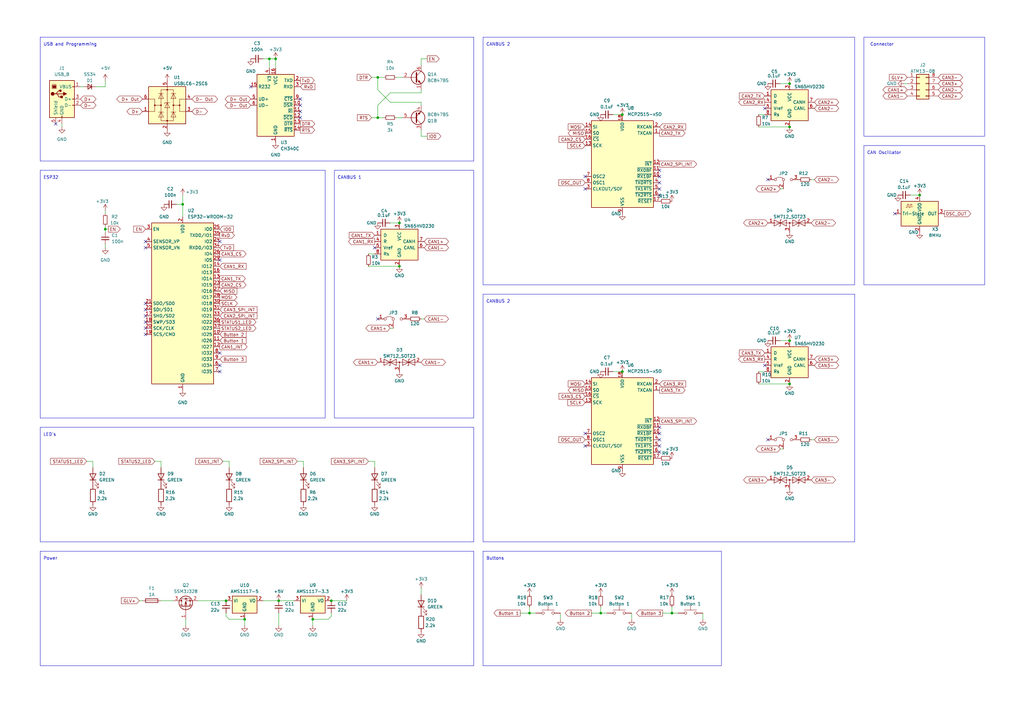
<source format=kicad_sch>
(kicad_sch (version 20230121) (generator eeschema)
  (paper "A3")
  (junction (at 154.94 48.26))
  (junction (at 323.85 52.07))
  (junction (at 43.18 93.98))
  (junction (at 154.94 31.75))
  (junction (at 100.33 254))
  (junction (at 323.85 157.48))
  (junction (at 114.3 246.38))
  (junction (at 255.27 152.4))
  (junction (at 113.03 24.13))
  (junction (at 128.27 254))
  (junction (at 377.19 80.01))
  (junction (at 246.38 251.46))
  (junction (at 163.83 109.22))
  (junction (at 92.71 246.38))
  (junction (at 275.59 251.46))
  (junction (at 110.49 24.13))
  (junction (at 255.27 46.99))
  (junction (at 163.83 91.44))
  (junction (at 323.85 34.29))
  (junction (at 217.17 251.46))
  (junction (at 74.93 83.82))
  (junction (at 135.89 246.38))
  (junction (at 323.85 139.7))
  (no_connect (at 59.69 137.16))
  (no_connect (at 270.51 77.47))
  (no_connect (at 270.51 180.34))
  (no_connect (at 270.51 177.8))
  (no_connect (at 59.69 99.06))
  (no_connect (at 90.17 106.68))
  (no_connect (at 90.17 152.4))
  (no_connect (at 240.03 177.8))
  (no_connect (at 59.69 124.46))
  (no_connect (at 270.51 80.01))
  (no_connect (at 154.94 130.81))
  (no_connect (at 314.96 73.66))
  (no_connect (at 59.69 127))
  (no_connect (at 270.51 185.42))
  (no_connect (at 123.19 48.26))
  (no_connect (at 270.51 72.39))
  (no_connect (at 123.19 43.18))
  (no_connect (at 22.86 50.8))
  (no_connect (at 313.69 44.45))
  (no_connect (at 270.51 69.85))
  (no_connect (at 102.87 35.56))
  (no_connect (at 90.17 99.06))
  (no_connect (at 123.19 40.64))
  (no_connect (at 123.19 45.72))
  (no_connect (at 59.69 129.54))
  (no_connect (at 240.03 182.88))
  (no_connect (at 367.03 87.63))
  (no_connect (at 270.51 175.26))
  (no_connect (at 314.96 180.34))
  (no_connect (at 90.17 149.86))
  (no_connect (at 240.03 72.39))
  (no_connect (at 59.69 134.62))
  (no_connect (at 313.69 149.86))
  (no_connect (at 240.03 77.47))
  (no_connect (at 270.51 74.93))
  (no_connect (at 59.69 101.6))
  (no_connect (at 90.17 144.78))
  (no_connect (at 59.69 132.08))
  (no_connect (at 270.51 182.88))
  (no_connect (at 153.67 101.6))
  (wire (pts (xy 63.5 189.23) (xy 66.04 189.23)))
  (wire (pts (xy 110.49 24.13) (xy 113.03 24.13)))
  (wire (pts (xy 217.17 248.92) (xy 217.17 251.46)))
  (wire (pts (xy 121.92 189.23) (xy 124.46 189.23)))
  (wire (pts (xy 172.72 53.34) (xy 172.72 55.88)))
  (wire (pts (xy 152.4 31.75) (xy 154.94 31.75)))
  (polyline (pts (xy 194.31 15.24) (xy 194.31 66.04)))
  (wire (pts (xy 92.71 251.46) (xy 92.71 252.73)))
  (wire (pts (xy 172.72 55.88) (xy 175.26 55.88)))
  (wire (pts (xy 38.1 191.77) (xy 38.1 189.23)))
  (wire (pts (xy 107.95 24.13) (xy 110.49 24.13)))
  (wire (pts (xy 162.56 31.75) (xy 165.1 31.75)))
  (wire (pts (xy 93.98 191.77) (xy 93.98 189.23)))
  (wire (pts (xy 311.15 52.07) (xy 323.85 52.07)))
  (wire (pts (xy 320.04 77.47) (xy 321.31 77.47)))
  (wire (pts (xy 74.93 83.82) (xy 74.93 88.9)))
  (wire (pts (xy 242.57 251.46) (xy 246.38 251.46)))
  (wire (pts (xy 213.36 251.46) (xy 217.17 251.46)))
  (wire (pts (xy 370.84 34.29) (xy 372.11 34.29)))
  (wire (pts (xy 114.3 251.46) (xy 114.3 256.54)))
  (polyline (pts (xy 16.51 69.85) (xy 16.51 171.45)))
  (wire (pts (xy 259.08 251.46) (xy 259.08 254)))
  (wire (pts (xy 229.87 251.46) (xy 229.87 254)))
  (wire (pts (xy 173.99 130.81) (xy 172.72 130.81)))
  (wire (pts (xy 81.28 246.38) (xy 92.71 246.38)))
  (wire (pts (xy 154.94 31.75) (xy 154.94 36.83)))
  (wire (pts (xy 172.72 26.67) (xy 172.72 24.13)))
  (wire (pts (xy 66.04 191.77) (xy 66.04 189.23)))
  (wire (pts (xy 72.39 83.82) (xy 74.93 83.82)))
  (wire (pts (xy 43.18 93.98) (xy 43.18 95.25)))
  (wire (pts (xy 39.37 35.56) (xy 43.18 35.56)))
  (wire (pts (xy 288.29 251.46) (xy 288.29 254)))
  (wire (pts (xy 160.02 41.91) (xy 172.72 41.91)))
  (wire (pts (xy 33.02 35.56) (xy 34.29 35.56)))
  (wire (pts (xy 172.72 36.83) (xy 172.72 38.1)))
  (wire (pts (xy 153.67 191.77) (xy 153.67 189.23)))
  (wire (pts (xy 311.15 152.4) (xy 313.69 152.4)))
  (wire (pts (xy 43.18 92.71) (xy 43.18 93.98)))
  (wire (pts (xy 160.02 38.1) (xy 172.72 38.1)))
  (wire (pts (xy 311.15 157.48) (xy 323.85 157.48)))
  (wire (pts (xy 25.4 50.8) (xy 25.4 52.07)))
  (wire (pts (xy 43.18 86.36) (xy 43.18 87.63)))
  (wire (pts (xy 320.04 139.7) (xy 323.85 139.7)))
  (wire (pts (xy 152.4 48.26) (xy 154.94 48.26)))
  (wire (pts (xy 74.93 80.01) (xy 74.93 83.82)))
  (wire (pts (xy 91.44 189.23) (xy 93.98 189.23)))
  (wire (pts (xy 43.18 100.33) (xy 43.18 101.6)))
  (wire (pts (xy 135.89 252.73) (xy 134.62 254)))
  (wire (pts (xy 35.56 189.23) (xy 38.1 189.23)))
  (polyline (pts (xy 16.51 15.24) (xy 194.31 15.24)))
  (wire (pts (xy 172.72 24.13) (xy 175.26 24.13)))
  (wire (pts (xy 71.12 246.38) (xy 66.04 246.38)))
  (wire (pts (xy 135.89 246.38) (xy 142.24 246.38)))
  (wire (pts (xy 154.94 43.18) (xy 160.02 38.1)))
  (wire (pts (xy 275.59 251.46) (xy 278.13 251.46)))
  (wire (pts (xy 128.27 254) (xy 128.27 256.54)))
  (wire (pts (xy 135.89 251.46) (xy 135.89 252.73)))
  (polyline (pts (xy 16.51 69.85) (xy 133.35 69.85)))
  (wire (pts (xy 110.49 27.94) (xy 110.49 24.13)))
  (wire (pts (xy 160.02 41.91) (xy 154.94 36.83)))
  (wire (pts (xy 151.13 189.23) (xy 153.67 189.23)))
  (wire (pts (xy 154.94 31.75) (xy 157.48 31.75)))
  (wire (pts (xy 160.02 91.44) (xy 163.83 91.44)))
  (wire (pts (xy 154.94 48.26) (xy 157.48 48.26)))
  (wire (pts (xy 151.13 109.22) (xy 163.83 109.22)))
  (polyline (pts (xy 16.51 66.04) (xy 16.51 15.24)))
  (wire (pts (xy 373.38 80.01) (xy 377.19 80.01)))
  (wire (pts (xy 57.15 246.38) (xy 58.42 246.38)))
  (wire (pts (xy 107.95 246.38) (xy 114.3 246.38)))
  (polyline (pts (xy 16.51 171.45) (xy 133.35 171.45)))
  (wire (pts (xy 100.33 254) (xy 100.33 256.54)))
  (wire (pts (xy 334.01 73.66) (xy 332.74 73.66)))
  (wire (pts (xy 124.46 191.77) (xy 124.46 189.23)))
  (wire (pts (xy 160.02 134.62) (xy 161.29 134.62)))
  (wire (pts (xy 151.13 104.14) (xy 153.67 104.14)))
  (wire (pts (xy 251.46 46.99) (xy 255.27 46.99)))
  (wire (pts (xy 100.33 254) (xy 93.98 254)))
  (wire (pts (xy 275.59 248.92) (xy 275.59 251.46)))
  (wire (pts (xy 43.18 33.02) (xy 43.18 35.56)))
  (wire (pts (xy 320.04 34.29) (xy 323.85 34.29)))
  (polyline (pts (xy 133.35 171.45) (xy 133.35 69.85)))
  (wire (pts (xy 93.98 254) (xy 92.71 252.73)))
  (wire (pts (xy 154.94 43.18) (xy 154.94 48.26)))
  (wire (pts (xy 162.56 48.26) (xy 165.1 48.26)))
  (wire (pts (xy 172.72 243.84) (xy 172.72 241.3)))
  (wire (pts (xy 246.38 248.92) (xy 246.38 251.46)))
  (wire (pts (xy 128.27 254) (xy 134.62 254)))
  (wire (pts (xy 271.78 251.46) (xy 275.59 251.46)))
  (wire (pts (xy 320.04 184.15) (xy 321.31 184.15)))
  (wire (pts (xy 113.03 24.13) (xy 113.03 27.94)))
  (wire (pts (xy 172.72 41.91) (xy 172.72 43.18)))
  (wire (pts (xy 246.38 251.46) (xy 248.92 251.46)))
  (wire (pts (xy 311.15 46.99) (xy 313.69 46.99)))
  (wire (pts (xy 251.46 152.4) (xy 255.27 152.4)))
  (wire (pts (xy 334.01 180.34) (xy 332.74 180.34)))
  (wire (pts (xy 217.17 251.46) (xy 219.71 251.46)))
  (wire (pts (xy 43.18 93.98) (xy 44.45 93.98)))
  (polyline (pts (xy 194.31 66.04) (xy 16.51 66.04)))
  (wire (pts (xy 76.2 254) (xy 76.2 256.54)))
  (wire (pts (xy 114.3 246.38) (xy 120.65 246.38)))
  (rectangle (start 354.33 59.69) (end 403.86 116.84))
  (rectangle (start 198.12 120.65) (end 350.52 222.25))
  (rectangle (start 198.12 15.24) (end 350.52 116.84))
  (rectangle (start 198.12 226.06) (end 295.91 273.05))
  (rectangle (start 16.51 226.06) (end 194.31 273.05))
  (rectangle (start 137.16 69.85) (end 194.31 171.45))
  (rectangle (start 354.33 15.24) (end 403.86 55.88))
  (rectangle (start 16.51 175.26) (end 194.31 222.25))
  (text "CAN Oscillator" (at 355.6 63.5 0) (effects (font (size 1.27 1.27)) (justify left bottom)))
  (text "Power" (at 17.78 229.87 0) (effects (font (size 1.27 1.27)) (justify left bottom)))
  (text "Connector" (at 356.87 19.05 0) (effects (font (size 1.27 1.27)) (justify left bottom)))
  (text "Buttons" (at 199.39 229.87 0) (effects (font (size 1.27 1.27)) (justify left bottom)))
  (text "LED's" (at 17.78 179.07 0) (effects (font (size 1.27 1.27)) (justify left bottom)))
  (text "CANBUS 2\n" (at 199.39 19.05 0) (effects (font (size 1.27 1.27)) (justify left bottom)))
  (text "USB and Programming" (at 17.78 19.05 0) (effects (font (size 1.27 1.27)) (justify left bottom)))
  (text "ESP32\n" (at 17.78 73.66 0) (effects (font (size 1.27 1.27)) (justify left bottom)))
  (text "CANBUS 1\n" (at 138.43 73.66 0) (effects (font (size 1.27 1.27)) (justify left bottom)))
  (text "CANBUS 2\n" (at 199.39 124.46 0) (effects (font (size 1.27 1.27)) (justify left bottom)))
  (global_label "IO0" (shape output) (at 175.26 55.88 0) (property "Intersheetrefs" "${INTERSHEET_REFS}" (effects hide)))
  (global_label "Button 2" (shape output) (at 242.57 251.46 180) (property "Intersheetrefs" "${INTERSHEET_REFS}" (effects hide)))
  (global_label "CAN1_RX" (shape input) (at 90.17 109.22 0) (property "Intersheetrefs" "${INTERSHEET_REFS}" (effects hide)))
  (global_label "CAN1+" (shape bidirectional) (at 160.02 134.62 180) (property "Intersheetrefs" "${INTERSHEET_REFS}" (effects hide)))
  (global_label "RTS" (shape output) (at 123.19 53.34 0) (property "Intersheetrefs" "${INTERSHEET_REFS}" (effects hide)))
  (global_label "GLV+" (shape input) (at 372.11 31.75 180) (property "Intersheetrefs" "${INTERSHEET_REFS}" (effects hide)))
  (global_label "CAN2-" (shape bidirectional) (at 384.81 36.83 0) (property "Intersheetrefs" "${INTERSHEET_REFS}" (effects hide)))
  (global_label "STATUS2_LED" (shape output) (at 90.17 134.62 0) (property "Intersheetrefs" "${INTERSHEET_REFS}" (effects hide)))
  (global_label "Button 2" (shape input) (at 90.17 137.16 0) (property "Intersheetrefs" "${INTERSHEET_REFS}" (effects hide)))
  (global_label "EN" (shape output) (at 44.45 93.98 0) (property "Intersheetrefs" "${INTERSHEET_REFS}" (effects hide)))
  (global_label "CAN1_RX" (shape output) (at 153.67 99.06 180) (property "Intersheetrefs" "${INTERSHEET_REFS}" (effects hide)))
  (global_label "EN" (shape output) (at 175.26 24.13 0) (property "Intersheetrefs" "${INTERSHEET_REFS}" (effects hide)))
  (global_label "CAN2_SPI_INT" (shape input) (at 90.17 129.54 0) (property "Intersheetrefs" "${INTERSHEET_REFS}" (effects hide)))
  (global_label "CAN2+" (shape bidirectional) (at 314.96 91.44 180) (property "Intersheetrefs" "${INTERSHEET_REFS}" (effects hide)))
  (global_label "CAN2+" (shape bidirectional) (at 334.01 41.91 0) (property "Intersheetrefs" "${INTERSHEET_REFS}" (effects hide)))
  (global_label "EN" (shape input) (at 59.69 93.98 180) (property "Intersheetrefs" "${INTERSHEET_REFS}" (effects hide)))
  (global_label "CAN3-" (shape bidirectional) (at 334.01 149.86 0) (property "Intersheetrefs" "${INTERSHEET_REFS}" (effects hide)))
  (global_label "Button 1" (shape input) (at 90.17 139.7 0) (property "Intersheetrefs" "${INTERSHEET_REFS}" (effects hide)))
  (global_label "D+ Out" (shape bidirectional) (at 102.87 40.64 180) (property "Intersheetrefs" "${INTERSHEET_REFS}" (effects hide)))
  (global_label "D+" (shape bidirectional) (at 33.02 40.64 0) (property "Intersheetrefs" "${INTERSHEET_REFS}" (effects hide)))
  (global_label "CAN2_TX" (shape input) (at 313.69 39.37 180) (property "Intersheetrefs" "${INTERSHEET_REFS}" (effects hide)))
  (global_label "Button 3" (shape output) (at 271.78 251.46 180) (property "Intersheetrefs" "${INTERSHEET_REFS}" (effects hide)))
  (global_label "CAN2-" (shape bidirectional) (at 332.74 91.44 0) (property "Intersheetrefs" "${INTERSHEET_REFS}" (effects hide)))
  (global_label "STATUS1_LED" (shape input) (at 35.56 189.23 180) (property "Intersheetrefs" "${INTERSHEET_REFS}" (effects hide)))
  (global_label "MISO" (shape output) (at 240.03 160.02 180) (property "Intersheetrefs" "${INTERSHEET_REFS}" (effects hide)))
  (global_label "DTR" (shape output) (at 123.19 50.8 0) (property "Intersheetrefs" "${INTERSHEET_REFS}" (effects hide)))
  (global_label "CAN3-" (shape bidirectional) (at 334.01 180.34 0) (property "Intersheetrefs" "${INTERSHEET_REFS}" (effects hide)))
  (global_label "DTR" (shape input) (at 152.4 31.75 180) (property "Intersheetrefs" "${INTERSHEET_REFS}" (effects hide)))
  (global_label "CAN2_TX" (shape output) (at 270.51 54.61 0) (property "Intersheetrefs" "${INTERSHEET_REFS}" (effects hide)))
  (global_label "IO0" (shape input) (at 90.17 93.98 0) (property "Intersheetrefs" "${INTERSHEET_REFS}" (effects hide)))
  (global_label "CAN1-" (shape bidirectional) (at 173.99 130.81 0) (property "Intersheetrefs" "${INTERSHEET_REFS}" (effects hide)))
  (global_label "CAN2_SPI_INT" (shape input) (at 121.92 189.23 180) (property "Intersheetrefs" "${INTERSHEET_REFS}" (effects hide)))
  (global_label "OSC_OUT" (shape output) (at 387.35 87.63 0) (property "Intersheetrefs" "${INTERSHEET_REFS}" (effects hide)))
  (global_label "CAN1_INT" (shape input) (at 91.44 189.23 180) (property "Intersheetrefs" "${INTERSHEET_REFS}" (effects hide)))
  (global_label "CAN2+" (shape bidirectional) (at 384.81 39.37 0) (property "Intersheetrefs" "${INTERSHEET_REFS}" (effects hide)))
  (global_label "CAN1+" (shape bidirectional) (at 154.94 148.59 180) (property "Intersheetrefs" "${INTERSHEET_REFS}" (effects hide)))
  (global_label "CAN3_RX" (shape input) (at 270.51 157.48 0) (property "Intersheetrefs" "${INTERSHEET_REFS}" (effects hide)))
  (global_label "CAN3_RX" (shape output) (at 313.69 147.32 180) (property "Intersheetrefs" "${INTERSHEET_REFS}" (effects hide)))
  (global_label "MOSI" (shape input) (at 240.03 157.48 180) (property "Intersheetrefs" "${INTERSHEET_REFS}" (effects hide)))
  (global_label "CAN2_RX" (shape output) (at 313.69 41.91 180) (property "Intersheetrefs" "${INTERSHEET_REFS}" (effects hide)))
  (global_label "GLV+" (shape input) (at 57.15 246.38 180) (property "Intersheetrefs" "${INTERSHEET_REFS}" (effects hide)))
  (global_label "CAN3+" (shape bidirectional) (at 320.04 184.15 180) (property "Intersheetrefs" "${INTERSHEET_REFS}" (effects hide)))
  (global_label "MOSI" (shape input) (at 240.03 52.07 180) (property "Intersheetrefs" "${INTERSHEET_REFS}" (effects hide)))
  (global_label "CAN2+" (shape bidirectional) (at 320.04 77.47 180) (property "Intersheetrefs" "${INTERSHEET_REFS}" (effects hide)))
  (global_label "CAN3_TX" (shape input) (at 313.69 144.78 180) (property "Intersheetrefs" "${INTERSHEET_REFS}" (effects hide)))
  (global_label "D+ Out" (shape bidirectional) (at 58.42 40.64 180) (property "Intersheetrefs" "${INTERSHEET_REFS}" (effects hide)))
  (global_label "Button 1" (shape output) (at 213.36 251.46 180) (property "Intersheetrefs" "${INTERSHEET_REFS}" (effects hide)))
  (global_label "MISO" (shape input) (at 90.17 119.38 0) (property "Intersheetrefs" "${INTERSHEET_REFS}" (effects hide)))
  (global_label "CAN3_SPI_INT" (shape input) (at 151.13 189.23 180) (property "Intersheetrefs" "${INTERSHEET_REFS}" (effects hide)))
  (global_label "OSC_OUT" (shape input) (at 240.03 74.93 180) (property "Intersheetrefs" "${INTERSHEET_REFS}" (effects hide)))
  (global_label "RxD" (shape output) (at 90.17 96.52 0) (property "Intersheetrefs" "${INTERSHEET_REFS}" (effects hide)))
  (global_label "CAN3_TX" (shape output) (at 270.51 160.02 0) (property "Intersheetrefs" "${INTERSHEET_REFS}" (effects hide)))
  (global_label "D- Out" (shape bidirectional) (at 78.74 40.64 0) (property "Intersheetrefs" "${INTERSHEET_REFS}" (effects hide)))
  (global_label "CAN1+" (shape bidirectional) (at 173.99 99.06 0) (property "Intersheetrefs" "${INTERSHEET_REFS}" (effects hide)))
  (global_label "CAN3-" (shape bidirectional) (at 332.74 196.85 0) (property "Intersheetrefs" "${INTERSHEET_REFS}" (effects hide)))
  (global_label "CAN1-" (shape bidirectional) (at 173.99 101.6 0) (property "Intersheetrefs" "${INTERSHEET_REFS}" (effects hide)))
  (global_label "CAN3_SPI_INT" (shape output) (at 270.51 172.72 0) (property "Intersheetrefs" "${INTERSHEET_REFS}" (effects hide)))
  (global_label "SCLK" (shape input) (at 240.03 165.1 180) (property "Intersheetrefs" "${INTERSHEET_REFS}" (effects hide)))
  (global_label "CAN3_CS" (shape output) (at 90.17 104.14 0) (property "Intersheetrefs" "${INTERSHEET_REFS}" (effects hide)))
  (global_label "SCLK" (shape output) (at 90.17 124.46 0) (property "Intersheetrefs" "${INTERSHEET_REFS}" (effects hide)))
  (global_label "RxD" (shape input) (at 123.19 35.56 0) (property "Intersheetrefs" "${INTERSHEET_REFS}" (effects hide)))
  (global_label "CAN2-" (shape bidirectional) (at 334.01 44.45 0) (property "Intersheetrefs" "${INTERSHEET_REFS}" (effects hide)))
  (global_label "D+" (shape bidirectional) (at 58.42 45.72 180) (property "Intersheetrefs" "${INTERSHEET_REFS}" (effects hide)))
  (global_label "TxD" (shape input) (at 90.17 101.6 0) (property "Intersheetrefs" "${INTERSHEET_REFS}" (effects hide)))
  (global_label "CAN2_SPI_INT" (shape output) (at 270.51 67.31 0) (property "Intersheetrefs" "${INTERSHEET_REFS}" (effects hide)))
  (global_label "RTS" (shape input) (at 152.4 48.26 180) (property "Intersheetrefs" "${INTERSHEET_REFS}" (effects hide)))
  (global_label "CAN3_SPI_INT" (shape input) (at 90.17 127 0) (property "Intersheetrefs" "${INTERSHEET_REFS}" (effects hide)))
  (global_label "CAN1-" (shape bidirectional) (at 372.11 39.37 180) (property "Intersheetrefs" "${INTERSHEET_REFS}" (effects hide)))
  (global_label "CAN2_CS" (shape output) (at 90.17 116.84 0) (property "Intersheetrefs" "${INTERSHEET_REFS}" (effects hide)))
  (global_label "D-" (shape bidirectional) (at 33.02 43.18 0) (property "Intersheetrefs" "${INTERSHEET_REFS}" (effects hide)))
  (global_label "CAN1-" (shape bidirectional) (at 172.72 148.59 0) (property "Intersheetrefs" "${INTERSHEET_REFS}" (effects hide)))
  (global_label "CAN2_RX" (shape input) (at 270.51 52.07 0) (property "Intersheetrefs" "${INTERSHEET_REFS}" (effects hide)))
  (global_label "Button 3" (shape input) (at 90.17 147.32 0) (property "Intersheetrefs" "${INTERSHEET_REFS}" (effects hide)))
  (global_label "D- Out" (shape bidirectional) (at 102.87 43.18 180) (property "Intersheetrefs" "${INTERSHEET_REFS}" (effects hide)))
  (global_label "MISO" (shape output) (at 240.03 54.61 180) (property "Intersheetrefs" "${INTERSHEET_REFS}" (effects hide)))
  (global_label "STATUS1_LED" (shape output) (at 90.17 132.08 0) (property "Intersheetrefs" "${INTERSHEET_REFS}" (effects hide)))
  (global_label "CAN2-" (shape bidirectional) (at 334.01 73.66 0) (property "Intersheetrefs" "${INTERSHEET_REFS}" (effects hide)))
  (global_label "CAN3_CS" (shape input) (at 240.03 162.56 180) (property "Intersheetrefs" "${INTERSHEET_REFS}" (effects hide)))
  (global_label "CAN2_CS" (shape input) (at 240.03 57.15 180) (property "Intersheetrefs" "${INTERSHEET_REFS}" (effects hide)))
  (global_label "CAN3+" (shape bidirectional) (at 384.81 34.29 0) (property "Intersheetrefs" "${INTERSHEET_REFS}" (effects hide)))
  (global_label "OSC_OUT" (shape input) (at 240.03 180.34 180) (property "Intersheetrefs" "${INTERSHEET_REFS}" (effects hide)))
  (global_label "STATUS2_LED" (shape input) (at 63.5 189.23 180) (property "Intersheetrefs" "${INTERSHEET_REFS}" (effects hide)))
  (global_label "CAN3-" (shape bidirectional) (at 384.81 31.75 0) (property "Intersheetrefs" "${INTERSHEET_REFS}" (effects hide)))
  (global_label "CAN3+" (shape bidirectional) (at 334.01 147.32 0) (property "Intersheetrefs" "${INTERSHEET_REFS}" (effects hide)))
  (global_label "CAN1_INT" (shape output) (at 90.17 142.24 0) (property "Intersheetrefs" "${INTERSHEET_REFS}" (effects hide)))
  (global_label "CAN1_TX" (shape output) (at 90.17 114.3 0) (property "Intersheetrefs" "${INTERSHEET_REFS}" (effects hide)))
  (global_label "TxD" (shape output) (at 123.19 33.02 0) (property "Intersheetrefs" "${INTERSHEET_REFS}" (effects hide)))
  (global_label "D-" (shape bidirectional) (at 78.74 45.72 0) (property "Intersheetrefs" "${INTERSHEET_REFS}" (effects hide)))
  (global_label "CAN3+" (shape bidirectional) (at 314.96 196.85 180) (property "Intersheetrefs" "${INTERSHEET_REFS}" (effects hide)))
  (global_label "MOSI" (shape output) (at 90.17 121.92 0) (property "Intersheetrefs" "${INTERSHEET_REFS}" (effects hide)))
  (global_label "SCLK" (shape input) (at 240.03 59.69 180) (property "Intersheetrefs" "${INTERSHEET_REFS}" (effects hide)))
  (global_label "CAN1_TX" (shape input) (at 153.67 96.52 180) (property "Intersheetrefs" "${INTERSHEET_REFS}" (effects hide)))
  (global_label "CAN1+" (shape bidirectional) (at 372.11 36.83 180) (property "Intersheetrefs" "${INTERSHEET_REFS}" (effects hide)))
  (symbol (lib_id "power:GND") (at 172.72 259.08 0) (unit 1)
    (property "Reference" "#PWR022" (effects hide))
    (property "Value" "GND" (at 172.72 262.89 0))
  )
  (symbol (lib_id "power:GND") (at 323.85 157.48 0) (unit 1)
    (property "Reference" "#PWR038" (effects hide))
    (property "Value" "GND" (at 323.85 161.29 0))
  )
  (symbol (lib_id "power:+3.3V") (at 275.59 243.84 0) (unit 1)
    (property "Reference" "#PWR051" (effects hide))
    (property "Value" "+3.3V" (at 275.59 240.03 0))
  )
  (symbol (lib_id "power:GND") (at 153.67 207.01 0) (unit 1)
    (property "Reference" "#PWR041" (effects hide))
    (property "Value" "GND" (at 153.67 210.82 0))
  )
  (symbol (lib_id "Device:R") (at 93.98 203.2 180) (unit 1)
    (property "Reference" "R15" (at 97.79 201.93 0))
    (property "Value" "2.2k" (at 97.79 204.47 0))
    (property "Footprint" "Resistor_SMD:R_0603_1608Metric" (effects hide))
  )
  (symbol (lib_id "Interface_CAN_LIN:SN65HVD230") (at 323.85 41.91 0) (unit 1)
    (property "Reference" "U5" (at 325.755 33.02 0) (effects (justify left)))
    (property "Value" "SN65HVD230" (at 325.755 35.56 0) (effects (justify left)))
    (property "Footprint" "Package_SO:SOIC-8_3.9x4.9mm_P1.27mm" (effects hide))
    (property "Datasheet" "http://www.ti.com/lit/ds/symlink/sn65hvd230.pdf" (effects hide))
  )
  (symbol (lib_id "power:GND") (at 246.38 46.99 0) (unit 1)
    (property "Reference" "#PWR032" (effects hide))
    (property "Value" "GND" (at 243.84 46.99 0))
  )
  (symbol (lib_id "Diode:SM712_SOT23") (at 163.83 148.59 0) (unit 1)
    (property "Reference" "D3" (at 163.83 143.51 0))
    (property "Value" "SM712_SOT23" (at 163.83 146.05 0))
    (property "Footprint" "Package_TO_SOT_SMD:SOT-23" (effects hide))
    (property "Datasheet" "https://www.littelfuse.com/~/media/electronics/datasheets/tvs_diode_arrays/littelfuse_tvs_diode_array_sm712_datasheet.pdf.pdf" (effects hide))
  )
  (symbol (lib_id "power:GND") (at 67.31 83.82 0) (unit 1)
    (property "Reference" "#PWR06" (effects hide))
    (property "Value" "GND" (at 67.31 88.9 0))
  )
  (symbol (lib_id "Device:LED") (at 93.98 195.58 90) (unit 1)
    (property "Reference" "D8" (at 96.52 194.31 90) (effects (justify right)))
    (property "Value" "GREEN" (at 96.52 196.85 90) (effects (justify right)))
    (property "Footprint" "LED_SMD:LED_0603_1608Metric" (effects hide))
    (property "LCSC" "C72043" (effects hide))
  )
  (symbol (lib_id "power:+3.3V") (at 217.17 243.84 0) (unit 1)
    (property "Reference" "#PWR054" (effects hide))
    (property "Value" "+3.3V" (at 217.17 240.03 0))
  )
  (symbol (lib_id "power:+3.3V") (at 255.27 152.4 0) (unit 1)
    (property "Reference" "#PWR026" (effects hide))
    (property "Value" "+3.3V" (at 255.27 148.59 0))
  )
  (symbol (lib_id "power:+3V3") (at 113.03 24.13 0) (unit 1)
    (property "Reference" "#PWR012" (effects hide))
    (property "Value" "+3V3" (at 113.03 20.32 0))
  )
  (symbol (lib_id "Jumper:Jumper_3_Bridged12") (at 321.31 73.66 0) (unit 1)
    (property "Reference" "JP2" (at 321.31 71.12 0))
    (property "Value" "Jumper_2_Open" (effects hide))
    (property "Footprint" "Connector_PinHeader_2.54mm:PinHeader_1x03_P2.54mm_Vertical" (effects hide))
  )
  (symbol (lib_id "Switch:SW_Push") (at 254 251.46 0) (unit 1)
    (property "Reference" "SW2" (at 254 245.11 0))
    (property "Value" "Button 1" (at 254 247.65 0))
    (property "Footprint" "Button_Switch_SMD:SW_SPST_B3S-1000" (effects hide))
  )
  (symbol (lib_id "power:+3.3V") (at 142.24 246.38 0) (unit 1)
    (property "Reference" "#PWR044" (effects hide))
    (property "Value" "+3.3V" (at 142.24 242.57 0))
  )
  (symbol (lib_id "power:GND") (at 370.84 34.29 270) (unit 1)
    (property "Reference" "#PWR056" (effects hide))
    (property "Value" "GND" (at 365.76 34.29 90))
  )
  (symbol (lib_id "Device:C_Small") (at 248.92 152.4 90) (unit 1)
    (property "Reference" "C7" (at 248.92 146.685 90))
    (property "Value" "0.1uF" (at 248.92 149.225 90))
    (property "Footprint" "Capacitor_SMD:C_0603_1608Metric" (effects hide))
  )
  (symbol (lib_id "Interface_CAN_LIN:MCP2515-xSO") (at 255.27 67.31 0) (unit 1)
    (property "Reference" "U8" (at 257.2894 44.323 0) (effects (justify left)))
    (property "Value" "MCP2515-xSO" (at 257.2894 46.863 0) (effects (justify left)))
    (property "Footprint" "Package_SO:SOIC-18W_7.5x11.6mm_P1.27mm" (effects hide))
    (property "Datasheet" "http://ww1.microchip.com/downloads/en/DeviceDoc/21801e.pdf" (effects hide))
  )
  (symbol (lib_id "power:GND") (at 323.85 95.25 0) (unit 1)
    (property "Reference" "#PWR021" (effects hide))
    (property "Value" "GND" (at 323.85 99.06 0))
  )
  (symbol (lib_id "Jumper:Jumper_3_Bridged12") (at 321.31 180.34 0) (unit 1)
    (property "Reference" "JP1" (at 321.31 177.8 0))
    (property "Value" "Jumper_2_Open" (effects hide))
    (property "Footprint" "Connector_PinHeader_2.54mm:PinHeader_1x03_P2.54mm_Vertical" (effects hide))
  )
  (symbol (lib_id "power:GND") (at 102.87 24.13 0) (unit 1)
    (property "Reference" "#PWR011" (effects hide))
    (property "Value" "GND" (at 102.87 29.21 0))
  )
  (symbol (lib_id "Device:C_Small") (at 317.5 139.7 90) (unit 1)
    (property "Reference" "C10" (at 317.627 134.747 90))
    (property "Value" "0.1uF" (at 317.5 136.525 90))
    (property "Footprint" "Capacitor_SMD:C_0603_1608Metric" (effects hide))
  )
  (symbol (lib_id "Device:LED") (at 172.72 247.65 90) (unit 1)
    (property "Reference" "D10" (at 175.26 246.38 90) (effects (justify right)))
    (property "Value" "GREEN" (at 175.26 248.92 90) (effects (justify right)))
    (property "Footprint" "LED_SMD:LED_0603_1608Metric" (effects hide))
    (property "LCSC" "C72043" (effects hide))
  )
  (symbol (lib_id "Regulator_Linear:AMS1117-3.3") (at 100.33 246.38 0) (unit 1)
    (property "Reference" "U10" (at 100.33 240.03 0))
    (property "Value" "AMS1117-5" (at 100.33 242.57 0))
    (property "Footprint" "Package_TO_SOT_SMD:SOT-223-3_TabPin2" (effects hide))
    (property "Datasheet" "http://www.advanced-monolithic.com/pdf/ds1117.pdf" (effects hide))
  )
  (symbol (lib_id "power:+3.3V") (at 275.59 187.96 0) (unit 1)
    (property "Reference" "#PWR028" (effects hide))
    (property "Value" "+3.3V" (at 275.59 184.15 0))
  )
  (symbol (lib_id "power:GND") (at 154.94 91.44 0) (unit 1)
    (property "Reference" "#PWR014" (effects hide))
    (property "Value" "GND" (at 152.4 91.44 0))
  )
  (symbol (lib_id "Device:C_Small") (at 135.89 248.92 0) (unit 1)
    (property "Reference" "C12" (at 138.43 247.65 0) (effects (justify left)))
    (property "Value" "22u" (at 138.43 250.19 0) (effects (justify left)))
    (property "Footprint" "Capacitor_SMD:C_0603_1608Metric" (effects hide))
  )
  (symbol (lib_id "power:GND") (at 255.27 193.04 0) (unit 1)
    (property "Reference" "#PWR027" (effects hide))
    (property "Value" "GND" (at 252.73 193.04 0))
  )
  (symbol (lib_id "power:+3.3V") (at 377.19 80.01 0) (unit 1)
    (property "Reference" "#PWR058" (effects hide))
    (property "Value" "+3.3V" (at 377.19 76.2 0))
  )
  (symbol (lib_id "Jumper:Jumper_3_Bridged12") (at 161.29 130.81 0) (unit 1)
    (property "Reference" "JP3" (at 161.29 128.27 0))
    (property "Value" "Jumper_2_Open" (effects hide))
    (property "Footprint" "Connector_PinHeader_2.54mm:PinHeader_1x03_P2.54mm_Vertical" (effects hide))
  )
  (symbol (lib_id "power:GND") (at 66.04 207.01 0) (unit 1)
    (property "Reference" "#PWR049" (effects hide))
    (property "Value" "GND" (at 66.04 210.82 0))
  )
  (symbol (lib_id "Oscillator:ASCO") (at 377.19 87.63 0) (unit 1)
    (property "Reference" "X3" (at 383.54 93.98 0))
    (property "Value" "8MHz" (at 383.54 96.52 0))
    (property "Footprint" "Oscillator:Oscillator_SMD_Abracon_ASE-4Pin_3.2x2.5mm" (effects hide))
    (property "Datasheet" "https://abracon.com/Oscillators/ASCO.pdf" (effects hide))
    (property "LCSC" "C717687" (effects hide))
  )
  (symbol (lib_id "Power_Protection:USBLC6-2SC6") (at 68.58 43.18 0) (unit 1)
    (property "Reference" "U1" (at 71.2217 31.75 0) (effects (justify left)))
    (property "Value" "USBLC6-2SC6" (at 71.2217 34.29 0) (effects (justify left)))
    (property "Footprint" "Package_TO_SOT_SMD:SOT-23-6" (effects hide))
    (property "Datasheet" "https://www.st.com/resource/en/datasheet/usblc6-2.pdf" (effects hide))
  )
  (symbol (lib_id "power:GND") (at 246.38 152.4 0) (unit 1)
    (property "Reference" "#PWR025" (effects hide))
    (property "Value" "GND" (at 243.84 152.4 0))
  )
  (symbol (lib_id "RF_Module:ESP32-WROOM-32") (at 74.93 124.46 0) (unit 1)
    (property "Reference" "U2" (at 76.9494 86.36 0) (effects (justify left)))
    (property "Value" "ESP32-WROOM-32" (at 76.9494 88.9 0) (effects (justify left)))
    (property "Footprint" "RF_Module:ESP32-WROOM-32U" (effects hide))
    (property "Datasheet" "https://www.espressif.com/sites/default/files/documentation/esp32-wroom-32_datasheet_en.pdf" (effects hide))
  )
  (symbol (lib_id "Device:R_Small") (at 311.15 49.53 0) (unit 1)
    (property "Reference" "R7" (at 312.42 48.26 0) (effects (justify left)))
    (property "Value" "10k" (at 312.42 50.8 0) (effects (justify left)))
    (property "Footprint" "Resistor_SMD:R_0603_1608Metric" (effects hide))
  )
  (symbol (lib_id "Device:R_Small") (at 217.17 246.38 180) (unit 1)
    (property "Reference" "R19" (at 212.09 245.11 0) (effects (justify right)))
    (property "Value" "10k" (at 212.09 247.65 0) (effects (justify right)))
    (property "Footprint" "Resistor_SMD:R_0603_1608Metric" (effects hide))
  )
  (symbol (lib_id "Device:R") (at 66.04 203.2 180) (unit 1)
    (property "Reference" "R16" (at 69.85 201.93 0))
    (property "Value" "2.2k" (at 69.85 204.47 0))
    (property "Footprint" "Resistor_SMD:R_0603_1608Metric" (effects hide))
  )
  (symbol (lib_id "Transistor_BJT:BC847BS") (at 170.18 48.26 0) (mirror x) (unit 2)
    (property "Reference" "Q1" (at 175.26 49.5301 0) (effects (justify left)))
    (property "Value" "BC847BS" (at 175.26 46.9901 0) (effects (justify left)))
    (property "Footprint" "Package_TO_SOT_SMD:SOT-363_SC-70-6" (effects hide))
    (property "Datasheet" "https://assets.nexperia.com/documents/data-sheet/BC847BS.pdf" (effects hide))
  )
  (symbol (lib_id "Device:R_Small") (at 275.59 246.38 180) (unit 1)
    (property "Reference" "R17" (at 270.51 245.11 0) (effects (justify right)))
    (property "Value" "10k" (at 270.51 247.65 0) (effects (justify right)))
    (property "Footprint" "Resistor_SMD:R_0603_1608Metric" (effects hide))
  )
  (symbol (lib_id "power:+5V") (at 43.18 33.02 0) (unit 1)
    (property "Reference" "#PWR03" (effects hide))
    (property "Value" "+5V" (at 43.18 27.94 0))
  )
  (symbol (lib_id "power:GND") (at 314.96 34.29 0) (unit 1)
    (property "Reference" "#PWR018" (effects hide))
    (property "Value" "GND" (at 312.42 34.29 0))
  )
  (symbol (lib_id "Device:R_Small") (at 273.05 187.96 90) (unit 1)
    (property "Reference" "R9" (at 274.193 185.928 90) (effects (justify left)))
    (property "Value" "10k" (at 274.828 190.119 90) (effects (justify left)))
    (property "Footprint" "Resistor_SMD:R_0603_1608Metric" (effects hide))
  )
  (symbol (lib_id "Device:C_Small") (at 157.48 91.44 90) (unit 1)
    (property "Reference" "C4" (at 157.607 86.487 90))
    (property "Value" "0.1uF" (at 157.48 88.265 90))
    (property "Footprint" "Capacitor_SMD:C_0603_1608Metric" (effects hide))
  )
  (symbol (lib_id "Transistor_BJT:BC847BS") (at 170.18 31.75 0) (unit 1)
    (property "Reference" "Q1" (at 175.26 30.4799 0) (effects (justify left)))
    (property "Value" "BC847BS" (at 175.26 33.0199 0) (effects (justify left)))
    (property "Footprint" "Package_TO_SOT_SMD:SOT-363_SC-70-6" (effects hide))
    (property "Datasheet" "https://assets.nexperia.com/documents/data-sheet/BC847BS.pdf" (effects hide))
  )
  (symbol (lib_id "power:+3.3V") (at 323.85 139.7 0) (unit 1)
    (property "Reference" "#PWR037" (effects hide))
    (property "Value" "+3.3V" (at 323.85 135.89 0))
  )
  (symbol (lib_id "power:GND") (at 163.83 109.22 0) (unit 1)
    (property "Reference" "#PWR016" (effects hide))
    (property "Value" "GND" (at 163.83 113.03 0))
  )
  (symbol (lib_id "Device:R_Small") (at 170.18 130.81 90) (unit 1)
    (property "Reference" "R8" (at 171.45 128.27 90) (effects (justify left)))
    (property "Value" "120" (at 172.085 132.715 90) (effects (justify left)))
    (property "Footprint" "Resistor_SMD:R_0603_1608Metric" (effects hide))
  )
  (symbol (lib_id "Device:LED") (at 66.04 195.58 90) (unit 1)
    (property "Reference" "D9" (at 68.58 194.31 90) (effects (justify right)))
    (property "Value" "GREEN" (at 68.58 196.85 90) (effects (justify right)))
    (property "Footprint" "LED_SMD:LED_0603_1608Metric" (effects hide))
    (property "LCSC" "C72043" (effects hide))
  )
  (symbol (lib_id "power:GND") (at 368.3 80.01 0) (unit 1)
    (property "Reference" "#PWR057" (effects hide))
    (property "Value" "GND" (at 365.76 80.01 0))
  )
  (symbol (lib_id "Device:C_Small") (at 105.41 24.13 90) (unit 1)
    (property "Reference" "C3" (at 105.4163 17.78 90))
    (property "Value" "100n" (at 105.4163 20.32 90))
    (property "Footprint" "Capacitor_SMD:C_0603_1608Metric" (effects hide))
  )
  (symbol (lib_id "power:+5V") (at 68.58 33.02 0) (unit 1)
    (property "Reference" "#PWR07" (effects hide))
    (property "Value" "+5V" (at 68.58 27.94 0))
  )
  (symbol (lib_id "power:GND") (at 68.58 53.34 0) (unit 1)
    (property "Reference" "#PWR08" (effects hide))
    (property "Value" "GND" (at 68.58 58.42 0))
  )
  (symbol (lib_id "power:GND") (at 43.18 101.6 0) (unit 1)
    (property "Reference" "#PWR05" (effects hide))
    (property "Value" "GND" (at 43.18 106.68 0))
  )
  (symbol (lib_id "Interface_CAN_LIN:MCP2515-xSO") (at 255.27 172.72 0) (unit 1)
    (property "Reference" "U6" (at 257.2894 149.733 0) (effects (justify left)))
    (property "Value" "MCP2515-xSO" (at 257.2894 152.273 0) (effects (justify left)))
    (property "Footprint" "Package_SO:SOIC-18W_7.5x11.6mm_P1.27mm" (effects hide))
    (property "Datasheet" "http://ww1.microchip.com/downloads/en/DeviceDoc/21801e.pdf" (effects hide))
  )
  (symbol (lib_id "Device:R_Small") (at 160.02 31.75 270) (unit 1)
    (property "Reference" "R4" (at 160.02 25.4 90))
    (property "Value" "10k" (at 160.02 27.94 90))
    (property "Footprint" "Resistor_SMD:R_0603_1608Metric" (effects hide))
  )
  (symbol (lib_id "Device:R_Small") (at 330.2 180.34 90) (unit 1)
    (property "Reference" "R11" (at 331.47 177.8 90) (effects (justify left)))
    (property "Value" "120" (at 332.105 182.245 90) (effects (justify left)))
    (property "Footprint" "Resistor_SMD:R_0603_1608Metric" (effects hide))
  )
  (symbol (lib_id "Switch:SW_Push") (at 224.79 251.46 0) (unit 1)
    (property "Reference" "SW3" (at 224.79 245.11 0))
    (property "Value" "Button 1" (at 224.79 247.65 0))
    (property "Footprint" "Button_Switch_SMD:SW_SPST_B3S-1000" (effects hide))
  )
  (symbol (lib_id "power:GND") (at 124.46 207.01 0) (unit 1)
    (property "Reference" "#PWR040" (effects hide))
    (property "Value" "GND" (at 124.46 210.82 0))
  )
  (symbol (lib_id "Device:LED") (at 124.46 195.58 90) (unit 1)
    (property "Reference" "D6" (at 127 194.31 90) (effects (justify right)))
    (property "Value" "GREEN" (at 127 196.85 90) (effects (justify right)))
    (property "Footprint" "LED_SMD:LED_0603_1608Metric" (effects hide))
    (property "LCSC" "C72043" (effects hide))
  )
  (symbol (lib_id "power:+3V3") (at 74.93 80.01 0) (unit 1)
    (property "Reference" "#PWR09" (effects hide))
    (property "Value" "+3V3" (at 78.74 78.74 0))
  )
  (symbol (lib_id "power:+3.3V") (at 255.27 46.99 0) (unit 1)
    (property "Reference" "#PWR033" (effects hide))
    (property "Value" "+3.3V" (at 255.27 43.18 0))
  )
  (symbol (lib_id "Device:R_Small") (at 160.02 48.26 270) (unit 1)
    (property "Reference" "R5" (at 160.02 50.8 90))
    (property "Value" "3k" (at 160.02 53.34 90))
    (property "Footprint" "Resistor_SMD:R_0603_1608Metric" (effects hide))
  )
  (symbol (lib_id "Device:C_Small") (at 114.3 248.92 0) (unit 1)
    (property "Reference" "C11" (at 116.84 247.65 0) (effects (justify left)))
    (property "Value" "22u" (at 116.84 250.19 0) (effects (justify left)))
    (property "Footprint" "Capacitor_SMD:C_0603_1608Metric" (effects hide))
  )
  (symbol (lib_id "power:GND") (at 163.83 152.4 0) (unit 1)
    (property "Reference" "#PWR017" (effects hide))
    (property "Value" "GND" (at 163.83 156.21 0))
  )
  (symbol (lib_id "power:GND") (at 38.1 207.01 0) (unit 1)
    (property "Reference" "#PWR02" (effects hide))
    (property "Value" "GND" (at 38.1 210.82 0))
  )
  (symbol (lib_id "power:GND") (at 76.2 256.54 0) (unit 1)
    (property "Reference" "#PWR046" (effects hide))
    (property "Value" "GND" (at 76.2 260.35 0))
  )
  (symbol (lib_id "Interface_CAN_LIN:SN65HVD230") (at 323.85 147.32 0) (unit 1)
    (property "Reference" "U7" (at 325.755 138.43 0) (effects (justify left)))
    (property "Value" "SN65HVD230" (at 325.755 140.97 0) (effects (justify left)))
    (property "Footprint" "Package_SO:SOIC-8_3.9x4.9mm_P1.27mm" (effects hide))
    (property "Datasheet" "http://www.ti.com/lit/ds/symlink/sn65hvd230.pdf" (effects hide))
  )
  (symbol (lib_id "power:GND") (at 377.19 95.25 0) (unit 1)
    (property "Reference" "#PWR059" (effects hide))
    (property "Value" "GND" (at 374.65 95.25 0))
  )
  (symbol (lib_id "power:GND") (at 229.87 254 0) (unit 1)
    (property "Reference" "#PWR055" (effects hide))
    (property "Value" "GND" (at 229.87 257.81 0))
  )
  (symbol (lib_id "power:GND") (at 25.4 52.07 0) (unit 1)
    (property "Reference" "#PWR01" (effects hide))
    (property "Value" "GND" (at 25.4 57.15 0))
  )
  (symbol (lib_id "power:GND") (at 74.93 160.02 0) (unit 1)
    (property "Reference" "#PWR010" (effects hide))
    (property "Value" "GND" (at 74.93 165.1 0))
  )
  (symbol (lib_id "power:GND") (at 323.85 200.66 0) (unit 1)
    (property "Reference" "#PWR039" (effects hide))
    (property "Value" "GND" (at 323.85 204.47 0))
  )
  (symbol (lib_id "Device:C_Small") (at 43.18 97.79 0) (unit 1)
    (property "Reference" "C1" (at 45.72 96.5262 0) (effects (justify left)))
    (property "Value" "100n" (at 45.72 99.0662 0) (effects (justify left)))
    (property "Footprint" "Capacitor_SMD:C_0603_1608Metric" (effects hide))
  )
  (symbol (lib_id "power:+3.3V") (at 246.38 243.84 0) (unit 1)
    (property "Reference" "#PWR052" (effects hide))
    (property "Value" "+3.3V" (at 246.38 240.03 0))
  )
  (symbol (lib_id "power:+3.3V") (at 275.59 82.55 0) (unit 1)
    (property "Reference" "#PWR035" (effects hide))
    (property "Value" "+3.3V" (at 275.59 78.74 0))
  )
  (symbol (lib_id "power:+3.3V") (at 172.72 241.3 0) (unit 1)
    (property "Reference" "#PWR023" (effects hide))
    (property "Value" "+3.3V" (at 172.72 237.49 0))
  )
  (symbol (lib_id "power:GND") (at 114.3 256.54 0) (unit 1)
    (property "Reference" "#PWR048" (effects hide))
    (property "Value" "GND" (at 114.3 260.35 0))
  )
  (symbol (lib_id "Device:R") (at 38.1 203.2 180) (unit 1)
    (property "Reference" "R1" (at 41.91 201.93 0))
    (property "Value" "2.2k" (at 41.91 204.47 0))
    (property "Footprint" "Resistor_SMD:R_0603_1608Metric" (effects hide))
  )
  (symbol (lib_id "Connector_Generic:Conn_02x04_Counter_Clockwise") (at 377.19 34.29 0) (unit 1)
    (property "Reference" "J2" (at 378.46 26.67 0))
    (property "Value" "ATM13-08" (at 378.46 29.21 0))
    (property "Footprint" "DTM_Header:ATM15-08" (effects hide))
  )
  (symbol (lib_id "Connector:USB_B") (at 25.4 40.64 0) (unit 1)
    (property "Reference" "J1" (at 25.4 27.94 0))
    (property "Value" "USB_B" (at 25.4 30.48 0))
    (property "Footprint" "Connector_USB:USB_B_Lumberg_2411_02_Horizontal" (effects hide))
    (property "Datasheet" " ~" (effects hide))
  )
  (symbol (lib_id "Device:R") (at 172.72 255.27 180) (unit 1)
    (property "Reference" "R20" (at 176.53 254 0))
    (property "Value" "2.2k" (at 176.53 256.54 0))
    (property "Footprint" "Resistor_SMD:R_0603_1608Metric" (effects hide))
  )
  (symbol (lib_id "Interface_USB:CH340C") (at 113.03 43.18 0) (unit 1)
    (property "Reference" "U3" (at 115.0494 58.42 0) (effects (justify left)))
    (property "Value" "CH340C" (at 115.0494 60.96 0) (effects (justify left)))
    (property "Footprint" "Package_SO:SOIC-16_3.9x9.9mm_P1.27mm" (effects hide))
    (property "Datasheet" "https://datasheet.lcsc.com/szlcsc/Jiangsu-Qin-Heng-CH340C_C84681.pdf" (effects hide))
  )
  (symbol (lib_id "Switch:SW_Push") (at 283.21 251.46 0) (unit 1)
    (property "Reference" "SW1" (at 283.21 245.11 0))
    (property "Value" "Button 1" (at 283.21 247.65 0))
    (property "Footprint" "Button_Switch_SMD:SW_SPST_B3S-1000" (effects hide))
  )
  (symbol (lib_id "power:GND") (at 113.03 58.42 0) (unit 1)
    (property "Reference" "#PWR013" (effects hide))
    (property "Value" "GND" (at 113.03 63.5 0))
  )
  (symbol (lib_id "Device:R_Small") (at 151.13 106.68 0) (unit 1)
    (property "Reference" "R3" (at 152.4 105.41 0) (effects (justify left)))
    (property "Value" "10k" (at 152.4 107.95 0) (effects (justify left)))
    (property "Footprint" "Resistor_SMD:R_0603_1608Metric" (effects hide))
  )
  (symbol (lib_id "power:GND") (at 93.98 207.01 0) (unit 1)
    (property "Reference" "#PWR042" (effects hide))
    (property "Value" "GND" (at 93.98 210.82 0))
  )
  (symbol (lib_id "power:GND") (at 259.08 254 0) (unit 1)
    (property "Reference" "#PWR053" (effects hide))
    (property "Value" "GND" (at 259.08 257.81 0))
  )
  (symbol (lib_id "power:+3.3V") (at 163.83 91.44 0) (unit 1)
    (property "Reference" "#PWR015" (effects hide))
    (property "Value" "+3.3V" (at 163.83 87.63 0))
  )
  (symbol (lib_id "Interface_CAN_LIN:SN65HVD230") (at 163.83 99.06 0) (unit 1)
    (property "Reference" "U4" (at 165.735 90.17 0) (effects (justify left)))
    (property "Value" "SN65HVD230" (at 165.735 92.71 0) (effects (justify left)))
    (property "Footprint" "Package_SO:SOIC-8_3.9x4.9mm_P1.27mm" (effects hide))
    (property "Datasheet" "http://www.ti.com/lit/ds/symlink/sn65hvd230.pdf" (effects hide))
  )
  (symbol (lib_id "Device:R_Small") (at 273.05 82.55 90) (unit 1)
    (property "Reference" "R13" (at 274.193 80.518 90) (effects (justify left)))
    (property "Value" "10k" (at 274.828 84.709 90) (effects (justify left)))
    (property "Footprint" "Resistor_SMD:R_0603_1608Metric" (effects hide))
  )
  (symbol (lib_id "Device:C_Small") (at 248.92 46.99 90) (unit 1)
    (property "Reference" "C9" (at 248.92 41.275 90))
    (property "Value" "0.1uF" (at 248.92 43.815 90))
    (property "Footprint" "Capacitor_SMD:C_0603_1608Metric" (effects hide))
  )
  (symbol (lib_id "Diode:SM712_SOT23") (at 323.85 196.85 0) (unit 1)
    (property "Reference" "D5" (at 323.85 191.77 0))
    (property "Value" "SM712_SOT23" (at 323.85 194.31 0))
    (property "Footprint" "Package_TO_SOT_SMD:SOT-23" (effects hide))
    (property "Datasheet" "https://www.littelfuse.com/~/media/electronics/datasheets/tvs_diode_arrays/littelfuse_tvs_diode_array_sm712_datasheet.pdf.pdf" (effects hide))
  )
  (symbol (lib_id "Device:C_Small") (at 317.5 34.29 90) (unit 1)
    (property "Reference" "C5" (at 317.627 29.337 90))
    (property "Value" "0.1uF" (at 317.5 31.115 90))
    (property "Footprint" "Capacitor_SMD:C_0603_1608Metric" (effects hide))
  )
  (symbol (lib_id "power:+3.3V") (at 323.85 34.29 0) (unit 1)
    (property "Reference" "#PWR019" (effects hide))
    (property "Value" "+3.3V" (at 323.85 30.48 0))
  )
  (symbol (lib_name "+5V_1") (lib_id "power:+5V") (at 114.3 246.38 0) (unit 1)
    (property "Reference" "#PWR045" (effects hide))
    (property "Value" "+5V" (at 114.3 242.57 0))
  )
  (symbol (lib_id "Regulator_Linear:AMS1117-3.3") (at 128.27 246.38 0) (unit 1)
    (property "Reference" "U9" (at 128.27 240.03 0))
    (property "Value" "AMS1117-3.3" (at 128.27 242.57 0))
    (property "Footprint" "Package_TO_SOT_SMD:SOT-223-3_TabPin2" (effects hide))
    (property "Datasheet" "http://www.advanced-monolithic.com/pdf/ds1117.pdf" (effects hide))
  )
  (symbol (lib_id "Device:Q_PMOS_GSD") (at 76.2 248.92 90) (unit 1)
    (property "Reference" "Q2" (at 76.2 240.03 90))
    (property "Value" "SSM3J328" (at 76.2 242.57 90))
    (property "Footprint" "Package_TO_SOT_SMD:SOT-23-3" (effects hide))
  )
  (symbol (lib_id "Device:C_Small") (at 69.85 83.82 90) (unit 1)
    (property "Reference" "C2" (at 69.8563 77.47 90))
    (property "Value" "100n" (at 69.8563 80.01 90))
    (property "Footprint" "Capacitor_SMD:C_0603_1608Metric" (effects hide))
  )
  (symbol (lib_id "power:GND") (at 100.33 256.54 0) (unit 1)
    (property "Reference" "#PWR047" (effects hide))
    (property "Value" "GND" (at 100.33 260.35 0))
  )
  (symbol (lib_id "Device:R_Small") (at 311.15 154.94 0) (unit 1)
    (property "Reference" "R10" (at 312.42 153.67 0) (effects (justify left)))
    (property "Value" "10k" (at 312.42 156.21 0) (effects (justify left)))
    (property "Footprint" "Resistor_SMD:R_0603_1608Metric" (effects hide))
  )
  (symbol (lib_id "power:GND") (at 255.27 87.63 0) (unit 1)
    (property "Reference" "#PWR034" (effects hide))
    (property "Value" "GND" (at 252.73 87.63 0))
  )
  (symbol (lib_id "Device:C_Small") (at 370.84 80.01 90) (unit 1)
    (property "Reference" "C14" (at 370.84 74.295 90))
    (property "Value" "0.1uF" (at 370.84 76.835 90))
    (property "Footprint" "Capacitor_SMD:C_0603_1608Metric" (effects hide))
  )
  (symbol (lib_id "Device:D_Small") (at 36.83 35.56 180) (unit 1)
    (property "Reference" "D1" (at 36.83 33.02 0))
    (property "Value" "SS34" (at 36.83 30.48 0))
    (property "Footprint" "Diode_SMD:D_SMA" (effects hide))
  )
  (symbol (lib_id "power:+3V3") (at 43.18 86.36 0) (mirror y) (unit 1)
    (property "Reference" "#PWR04" (effects hide))
    (property "Value" "+3V3" (at 41.91 82.55 0))
  )
  (symbol (lib_id "Device:LED") (at 38.1 195.58 90) (unit 1)
    (property "Reference" "D2" (at 40.64 194.31 90) (effects (justify right)))
    (property "Value" "GREEN" (at 40.64 196.85 90) (effects (justify right)))
    (property "Footprint" "LED_SMD:LED_0603_1608Metric" (effects hide))
    (property "LCSC" "C72043" (effects hide))
  )
  (symbol (lib_id "Device:R_Small") (at 330.2 73.66 90) (unit 1)
    (property "Reference" "R12" (at 331.47 71.12 90) (effects (justify left)))
    (property "Value" "120" (at 332.105 75.565 90) (effects (justify left)))
    (property "Footprint" "Resistor_SMD:R_0603_1608Metric" (effects hide))
  )
  (symbol (lib_id "Device:R") (at 124.46 203.2 180) (unit 1)
    (property "Reference" "R6" (at 128.27 201.93 0))
    (property "Value" "2.2k" (at 128.27 204.47 0))
    (property "Footprint" "Resistor_SMD:R_0603_1608Metric" (effects hide))
  )
  (symbol (lib_id "Device:LED") (at 153.67 195.58 90) (unit 1)
    (property "Reference" "D7" (at 156.21 194.31 90) (effects (justify right)))
    (property "Value" "GREEN" (at 156.21 196.85 90) (effects (justify right)))
    (property "Footprint" "LED_SMD:LED_0603_1608Metric" (effects hide))
    (property "LCSC" "C72043" (effects hide))
  )
  (symbol (lib_id "Device:R_Small") (at 43.18 90.17 180) (unit 1)
    (property "Reference" "R2" (at 46.99 88.9 0))
    (property "Value" "10k" (at 46.99 91.44 0))
    (property "Footprint" "Resistor_SMD:R_0603_1608Metric" (effects hide))
  )
  (symbol (lib_id "power:GND") (at 314.96 139.7 0) (unit 1)
    (property "Reference" "#PWR036" (effects hide))
    (property "Value" "GND" (at 312.42 139.7 0))
  )
  (symbol (lib_id "Device:R") (at 153.67 203.2 180) (unit 1)
    (property "Reference" "R14" (at 157.48 201.93 0))
    (property "Value" "2.2k" (at 157.48 204.47 0))
    (property "Footprint" "Resistor_SMD:R_0603_1608Metric" (effects hide))
  )
  (symbol (lib_id "power:GND") (at 323.85 52.07 0) (unit 1)
    (property "Reference" "#PWR020" (effects hide))
    (property "Value" "GND" (at 323.85 55.88 0))
  )
  (symbol (lib_id "power:GND") (at 128.27 256.54 0) (unit 1)
    (property "Reference" "#PWR043" (effects hide))
    (property "Value" "GND" (at 128.27 260.35 0))
  )
  (symbol (lib_id "Device:R_Small") (at 246.38 246.38 180) (unit 1)
    (property "Reference" "R18" (at 241.3 245.11 0) (effects (justify right)))
    (property "Value" "10k" (at 241.3 247.65 0) (effects (justify right)))
    (property "Footprint" "Resistor_SMD:R_0603_1608Metric" (effects hide))
  )
  (symbol (lib_id "Diode:SM712_SOT23") (at 323.85 91.44 0) (unit 1)
    (property "Reference" "D4" (at 323.85 86.36 0))
    (property "Value" "SM712_SOT23" (at 323.85 88.9 0))
    (property "Footprint" "Package_TO_SOT_SMD:SOT-23" (effects hide))
    (property "Datasheet" "https://www.littelfuse.com/~/media/electronics/datasheets/tvs_diode_arrays/littelfuse_tvs_diode_array_sm712_datasheet.pdf.pdf" (effects hide))
  )
  (symbol (lib_id "Device:C_Small") (at 92.71 248.92 0) (unit 1)
    (property "Reference" "C13" (at 86.36 247.65 0) (effects (justify left)))
    (property "Value" "22u" (at 86.36 250.19 0) (effects (justify left)))
    (property "Footprint" "Capacitor_SMD:C_0603_1608Metric" (effects hide))
  )
  (symbol (lib_id "power:GND") (at 288.29 254 0) (unit 1)
    (property "Reference" "#PWR050" (effects hide))
    (property "Value" "GND" (at 288.29 257.81 0))
  )
  (symbol (lib_id "Device:Fuse") (at 62.23 246.38 90) (unit 1)
    (property "Reference" "F1" (at 62.23 241.3 90))
    (property "Value" "1A" (at 62.23 243.84 90))
    (property "Footprint" "Fuse:Fuse_1206_3216Metric" (effects hide))
  )
)
</source>
